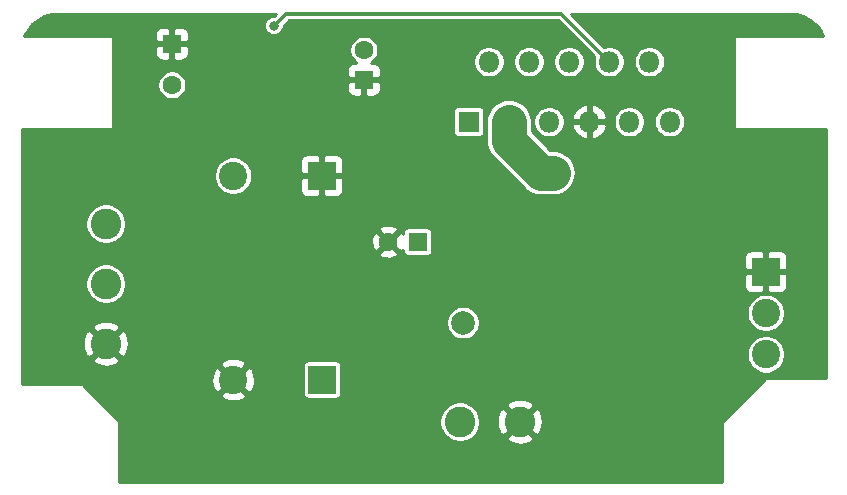
<source format=gbr>
%TF.GenerationSoftware,KiCad,Pcbnew,(5.1.6-0)*%
%TF.CreationDate,2023-03-27T21:53:34-07:00*%
%TF.ProjectId,LM3886-bal-no15v-th,4c4d3338-3836-42d6-9261-6c2d6e6f3135,rev?*%
%TF.SameCoordinates,Original*%
%TF.FileFunction,Copper,L2,Bot*%
%TF.FilePolarity,Positive*%
%FSLAX46Y46*%
G04 Gerber Fmt 4.6, Leading zero omitted, Abs format (unit mm)*
G04 Created by KiCad (PCBNEW (5.1.6-0)) date 2023-03-27 21:53:34*
%MOMM*%
%LPD*%
G01*
G04 APERTURE LIST*
%TA.AperFunction,ComponentPad*%
%ADD10C,1.600000*%
%TD*%
%TA.AperFunction,ComponentPad*%
%ADD11R,1.600000X1.600000*%
%TD*%
%TA.AperFunction,ComponentPad*%
%ADD12C,2.400000*%
%TD*%
%TA.AperFunction,ComponentPad*%
%ADD13R,2.400000X2.400000*%
%TD*%
%TA.AperFunction,ComponentPad*%
%ADD14C,2.600000*%
%TD*%
%TA.AperFunction,ComponentPad*%
%ADD15C,2.000000*%
%TD*%
%TA.AperFunction,ComponentPad*%
%ADD16O,1.800000X1.800000*%
%TD*%
%TA.AperFunction,ComponentPad*%
%ADD17R,1.800000X1.800000*%
%TD*%
%TA.AperFunction,ViaPad*%
%ADD18C,0.700000*%
%TD*%
%TA.AperFunction,ViaPad*%
%ADD19C,0.800000*%
%TD*%
%TA.AperFunction,Conductor*%
%ADD20C,3.000000*%
%TD*%
%TA.AperFunction,Conductor*%
%ADD21C,0.300000*%
%TD*%
%TA.AperFunction,Conductor*%
%ADD22C,0.254000*%
%TD*%
G04 APERTURE END LIST*
D10*
%TO.P,C10,2*%
%TO.N,VEE*%
X85344000Y-66492000D03*
D11*
%TO.P,C10,1*%
%TO.N,GND*%
X85344000Y-62992000D03*
%TD*%
D10*
%TO.P,C7,2*%
%TO.N,VEE*%
X101600000Y-63540000D03*
D11*
%TO.P,C7,1*%
%TO.N,GND*%
X101600000Y-66040000D03*
%TD*%
D10*
%TO.P,C6,2*%
%TO.N,GND*%
X103672000Y-79756000D03*
D11*
%TO.P,C6,1*%
%TO.N,VCC*%
X106172000Y-79756000D03*
%TD*%
D12*
%TO.P,C3,2*%
%TO.N,VEE*%
X90544000Y-74168000D03*
D13*
%TO.P,C3,1*%
%TO.N,GND*%
X98044000Y-74168000D03*
%TD*%
D12*
%TO.P,C2,2*%
%TO.N,GND*%
X90544000Y-91440000D03*
D13*
%TO.P,C2,1*%
%TO.N,VCC*%
X98044000Y-91440000D03*
%TD*%
D12*
%TO.P,J1,3*%
%TO.N,/IN-*%
X135636000Y-89296000D03*
%TO.P,J1,2*%
%TO.N,/IN+*%
X135636000Y-85796000D03*
D13*
%TO.P,J1,1*%
%TO.N,GND*%
X135636000Y-82296000D03*
%TD*%
D14*
%TO.P,J3,3*%
%TO.N,GND*%
X79756000Y-88392000D03*
%TO.P,J3,2*%
%TO.N,VCC*%
X79756000Y-83312000D03*
%TO.P,J3,1*%
%TO.N,VEE*%
X79756000Y-78232000D03*
%TD*%
%TO.P,J2,2*%
%TO.N,GND*%
X114808000Y-94996000D03*
%TO.P,J2,1*%
%TO.N,Net-(J2-Pad1)*%
X109728000Y-94996000D03*
%TD*%
D15*
%TO.P,L1,2*%
%TO.N,Net-(J2-Pad1)*%
X109982000Y-86614000D03*
%TO.P,L1,1*%
%TO.N,/SIGOUT*%
X117602000Y-73914000D03*
%TD*%
D16*
%TO.P,U1,11*%
%TO.N,Net-(U1-Pad11)*%
X127490000Y-69596000D03*
%TO.P,U1,10*%
%TO.N,/ICIN+*%
X125790000Y-64516000D03*
%TO.P,U1,9*%
%TO.N,/ICIN-*%
X124090000Y-69596000D03*
%TO.P,U1,8*%
%TO.N,/MUTE*%
X122390000Y-64516000D03*
%TO.P,U1,7*%
%TO.N,GND*%
X120690000Y-69596000D03*
%TO.P,U1,6*%
%TO.N,Net-(U1-Pad6)*%
X118990000Y-64516000D03*
%TO.P,U1,5*%
%TO.N,VCC*%
X117290000Y-69596000D03*
%TO.P,U1,4*%
%TO.N,VEE*%
X115590000Y-64516000D03*
%TO.P,U1,3*%
%TO.N,/SIGOUT*%
X113890000Y-69596000D03*
%TO.P,U1,2*%
%TO.N,Net-(U1-Pad2)*%
X112190000Y-64516000D03*
D17*
%TO.P,U1,1*%
%TO.N,VCC*%
X110490000Y-69596000D03*
%TD*%
D18*
%TO.N,GND*%
X133096000Y-86868000D03*
X131572000Y-84328000D03*
X129032000Y-79756000D03*
X105664000Y-89916000D03*
X98044000Y-97536000D03*
X92964000Y-79756000D03*
X98552000Y-82296000D03*
X101600000Y-68072000D03*
X101092000Y-77216000D03*
X86360000Y-71120000D03*
X98044000Y-69596000D03*
X103632000Y-72136000D03*
X105156000Y-74168000D03*
X105156000Y-70104000D03*
X106680000Y-68072000D03*
X104648000Y-66548000D03*
X122428000Y-91948000D03*
X123952000Y-93980000D03*
X132588000Y-79756000D03*
X134620000Y-79756000D03*
X131572000Y-79756000D03*
X135636000Y-79756000D03*
X114300000Y-77216000D03*
X114300000Y-80264000D03*
X114300000Y-83312000D03*
X117348000Y-85344000D03*
X121920000Y-86360000D03*
X126492000Y-86360000D03*
X121920000Y-80264000D03*
X125984000Y-80264000D03*
X119888000Y-76200000D03*
X127000000Y-73152000D03*
X130048000Y-73152000D03*
X121920000Y-67056000D03*
X128016000Y-66548000D03*
X130556000Y-62992000D03*
X135128000Y-71628000D03*
X138176000Y-76200000D03*
X113284000Y-89916000D03*
X124460000Y-61976000D03*
X133604000Y-79756000D03*
X136652000Y-79756000D03*
D19*
%TO.N,/MUTE*%
X93980000Y-61468000D03*
%TD*%
D20*
%TO.N,/SIGOUT*%
X113890000Y-69596000D02*
X113890000Y-71218000D01*
X116586000Y-73914000D02*
X117602000Y-73914000D01*
X113890000Y-71218000D02*
X116586000Y-73914000D01*
D21*
%TO.N,/MUTE*%
X122390000Y-64516000D02*
X118326000Y-60452000D01*
X118326000Y-60452000D02*
X94996000Y-60452000D01*
X94996000Y-60452000D02*
X93980000Y-61468000D01*
X93980000Y-61468000D02*
X93980000Y-61468000D01*
%TD*%
D22*
%TO.N,GND*%
G36*
X93990999Y-60641000D02*
G01*
X93898548Y-60641000D01*
X93738773Y-60672782D01*
X93588269Y-60735123D01*
X93452819Y-60825628D01*
X93337628Y-60940819D01*
X93247123Y-61076269D01*
X93184782Y-61226773D01*
X93153000Y-61386548D01*
X93153000Y-61549452D01*
X93184782Y-61709227D01*
X93247123Y-61859731D01*
X93337628Y-61995181D01*
X93452819Y-62110372D01*
X93588269Y-62200877D01*
X93738773Y-62263218D01*
X93898548Y-62295000D01*
X94061452Y-62295000D01*
X94221227Y-62263218D01*
X94371731Y-62200877D01*
X94507181Y-62110372D01*
X94622372Y-61995181D01*
X94712877Y-61859731D01*
X94775218Y-61709227D01*
X94807000Y-61549452D01*
X94807000Y-61457001D01*
X95235002Y-61029000D01*
X118086999Y-61029000D01*
X121135357Y-64077358D01*
X121113996Y-64128928D01*
X121063000Y-64385302D01*
X121063000Y-64646698D01*
X121113996Y-64903072D01*
X121214028Y-65144570D01*
X121359252Y-65361913D01*
X121544087Y-65546748D01*
X121761430Y-65691972D01*
X122002928Y-65792004D01*
X122259302Y-65843000D01*
X122520698Y-65843000D01*
X122777072Y-65792004D01*
X123018570Y-65691972D01*
X123235913Y-65546748D01*
X123420748Y-65361913D01*
X123565972Y-65144570D01*
X123666004Y-64903072D01*
X123717000Y-64646698D01*
X123717000Y-64385302D01*
X124463000Y-64385302D01*
X124463000Y-64646698D01*
X124513996Y-64903072D01*
X124614028Y-65144570D01*
X124759252Y-65361913D01*
X124944087Y-65546748D01*
X125161430Y-65691972D01*
X125402928Y-65792004D01*
X125659302Y-65843000D01*
X125920698Y-65843000D01*
X126177072Y-65792004D01*
X126418570Y-65691972D01*
X126635913Y-65546748D01*
X126820748Y-65361913D01*
X126965972Y-65144570D01*
X127066004Y-64903072D01*
X127117000Y-64646698D01*
X127117000Y-64385302D01*
X127066004Y-64128928D01*
X126965972Y-63887430D01*
X126820748Y-63670087D01*
X126635913Y-63485252D01*
X126418570Y-63340028D01*
X126177072Y-63239996D01*
X125920698Y-63189000D01*
X125659302Y-63189000D01*
X125402928Y-63239996D01*
X125161430Y-63340028D01*
X124944087Y-63485252D01*
X124759252Y-63670087D01*
X124614028Y-63887430D01*
X124513996Y-64128928D01*
X124463000Y-64385302D01*
X123717000Y-64385302D01*
X123666004Y-64128928D01*
X123565972Y-63887430D01*
X123420748Y-63670087D01*
X123235913Y-63485252D01*
X123018570Y-63340028D01*
X122777072Y-63239996D01*
X122520698Y-63189000D01*
X122259302Y-63189000D01*
X122002928Y-63239996D01*
X121951358Y-63261357D01*
X119136001Y-60446000D01*
X137643450Y-60446000D01*
X138260725Y-60506524D01*
X138830868Y-60678660D01*
X139356727Y-60958265D01*
X139818255Y-61334678D01*
X140197885Y-61793572D01*
X140481150Y-62317460D01*
X140493390Y-62357000D01*
X133096000Y-62357000D01*
X133071224Y-62359440D01*
X133047399Y-62366667D01*
X133025443Y-62378403D01*
X133006197Y-62394197D01*
X132990403Y-62413443D01*
X132978667Y-62435399D01*
X132971440Y-62459224D01*
X132969000Y-62484000D01*
X132969000Y-70104000D01*
X132971440Y-70128776D01*
X132978667Y-70152601D01*
X132990403Y-70174557D01*
X133006197Y-70193803D01*
X133025443Y-70209597D01*
X133047399Y-70221333D01*
X133071224Y-70228560D01*
X133096000Y-70231000D01*
X140722000Y-70231000D01*
X140722001Y-91313000D01*
X135636000Y-91313000D01*
X135611224Y-91315440D01*
X135587399Y-91322667D01*
X135565443Y-91334403D01*
X135546197Y-91350197D01*
X131990197Y-94906197D01*
X131974403Y-94925443D01*
X131962667Y-94947399D01*
X131955440Y-94971224D01*
X131953000Y-94996000D01*
X131953000Y-100082000D01*
X80899000Y-100082000D01*
X80899000Y-94996000D01*
X80896560Y-94971224D01*
X80889333Y-94947399D01*
X80877597Y-94925443D01*
X80861803Y-94906197D01*
X80781511Y-94825905D01*
X108001000Y-94825905D01*
X108001000Y-95166095D01*
X108067368Y-95499747D01*
X108197553Y-95814041D01*
X108386552Y-96096898D01*
X108627102Y-96337448D01*
X108909959Y-96526447D01*
X109224253Y-96656632D01*
X109557905Y-96723000D01*
X109898095Y-96723000D01*
X110231747Y-96656632D01*
X110546041Y-96526447D01*
X110817260Y-96345224D01*
X113638381Y-96345224D01*
X113770317Y-96640312D01*
X114111045Y-96811159D01*
X114478557Y-96912250D01*
X114858729Y-96939701D01*
X115236951Y-96892457D01*
X115598690Y-96772333D01*
X115845683Y-96640312D01*
X115977619Y-96345224D01*
X114808000Y-95175605D01*
X113638381Y-96345224D01*
X110817260Y-96345224D01*
X110828898Y-96337448D01*
X111069448Y-96096898D01*
X111258447Y-95814041D01*
X111388632Y-95499747D01*
X111455000Y-95166095D01*
X111455000Y-95046729D01*
X112864299Y-95046729D01*
X112911543Y-95424951D01*
X113031667Y-95786690D01*
X113163688Y-96033683D01*
X113458776Y-96165619D01*
X114628395Y-94996000D01*
X114987605Y-94996000D01*
X116157224Y-96165619D01*
X116452312Y-96033683D01*
X116623159Y-95692955D01*
X116724250Y-95325443D01*
X116751701Y-94945271D01*
X116704457Y-94567049D01*
X116584333Y-94205310D01*
X116452312Y-93958317D01*
X116157224Y-93826381D01*
X114987605Y-94996000D01*
X114628395Y-94996000D01*
X113458776Y-93826381D01*
X113163688Y-93958317D01*
X112992841Y-94299045D01*
X112891750Y-94666557D01*
X112864299Y-95046729D01*
X111455000Y-95046729D01*
X111455000Y-94825905D01*
X111388632Y-94492253D01*
X111258447Y-94177959D01*
X111069448Y-93895102D01*
X110828898Y-93654552D01*
X110817261Y-93646776D01*
X113638381Y-93646776D01*
X114808000Y-94816395D01*
X115977619Y-93646776D01*
X115845683Y-93351688D01*
X115504955Y-93180841D01*
X115137443Y-93079750D01*
X114757271Y-93052299D01*
X114379049Y-93099543D01*
X114017310Y-93219667D01*
X113770317Y-93351688D01*
X113638381Y-93646776D01*
X110817261Y-93646776D01*
X110546041Y-93465553D01*
X110231747Y-93335368D01*
X109898095Y-93269000D01*
X109557905Y-93269000D01*
X109224253Y-93335368D01*
X108909959Y-93465553D01*
X108627102Y-93654552D01*
X108386552Y-93895102D01*
X108197553Y-94177959D01*
X108067368Y-94492253D01*
X108001000Y-94825905D01*
X80781511Y-94825905D01*
X78673586Y-92717980D01*
X89445626Y-92717980D01*
X89565514Y-93002836D01*
X89889210Y-93163699D01*
X90238069Y-93258322D01*
X90598684Y-93283067D01*
X90957198Y-93236985D01*
X91299833Y-93121846D01*
X91522486Y-93002836D01*
X91642374Y-92717980D01*
X90544000Y-91619605D01*
X89445626Y-92717980D01*
X78673586Y-92717980D01*
X77813803Y-91858197D01*
X77794557Y-91842403D01*
X77772601Y-91830667D01*
X77748776Y-91823440D01*
X77724000Y-91821000D01*
X72638000Y-91821000D01*
X72638000Y-91494684D01*
X88700933Y-91494684D01*
X88747015Y-91853198D01*
X88862154Y-92195833D01*
X88981164Y-92418486D01*
X89266020Y-92538374D01*
X90364395Y-91440000D01*
X90723605Y-91440000D01*
X91821980Y-92538374D01*
X92106836Y-92418486D01*
X92267699Y-92094790D01*
X92362322Y-91745931D01*
X92387067Y-91385316D01*
X92340985Y-91026802D01*
X92225846Y-90684167D01*
X92106836Y-90461514D01*
X91821980Y-90341626D01*
X90723605Y-91440000D01*
X90364395Y-91440000D01*
X89266020Y-90341626D01*
X88981164Y-90461514D01*
X88820301Y-90785210D01*
X88725678Y-91134069D01*
X88700933Y-91494684D01*
X72638000Y-91494684D01*
X72638000Y-89741224D01*
X78586381Y-89741224D01*
X78718317Y-90036312D01*
X79059045Y-90207159D01*
X79426557Y-90308250D01*
X79806729Y-90335701D01*
X80184951Y-90288457D01*
X80546690Y-90168333D01*
X80558500Y-90162020D01*
X89445626Y-90162020D01*
X90544000Y-91260395D01*
X91564394Y-90240000D01*
X96414934Y-90240000D01*
X96414934Y-92640000D01*
X96423178Y-92723707D01*
X96447595Y-92804196D01*
X96487245Y-92878376D01*
X96540605Y-92943395D01*
X96605624Y-92996755D01*
X96679804Y-93036405D01*
X96760293Y-93060822D01*
X96844000Y-93069066D01*
X99244000Y-93069066D01*
X99327707Y-93060822D01*
X99408196Y-93036405D01*
X99482376Y-92996755D01*
X99547395Y-92943395D01*
X99600755Y-92878376D01*
X99640405Y-92804196D01*
X99664822Y-92723707D01*
X99673066Y-92640000D01*
X99673066Y-90240000D01*
X99664822Y-90156293D01*
X99640405Y-90075804D01*
X99600755Y-90001624D01*
X99547395Y-89936605D01*
X99482376Y-89883245D01*
X99408196Y-89843595D01*
X99327707Y-89819178D01*
X99244000Y-89810934D01*
X96844000Y-89810934D01*
X96760293Y-89819178D01*
X96679804Y-89843595D01*
X96605624Y-89883245D01*
X96540605Y-89936605D01*
X96487245Y-90001624D01*
X96447595Y-90075804D01*
X96423178Y-90156293D01*
X96414934Y-90240000D01*
X91564394Y-90240000D01*
X91642374Y-90162020D01*
X91522486Y-89877164D01*
X91198790Y-89716301D01*
X90849931Y-89621678D01*
X90489316Y-89596933D01*
X90130802Y-89643015D01*
X89788167Y-89758154D01*
X89565514Y-89877164D01*
X89445626Y-90162020D01*
X80558500Y-90162020D01*
X80793683Y-90036312D01*
X80925619Y-89741224D01*
X79756000Y-88571605D01*
X78586381Y-89741224D01*
X72638000Y-89741224D01*
X72638000Y-88442729D01*
X77812299Y-88442729D01*
X77859543Y-88820951D01*
X77979667Y-89182690D01*
X78111688Y-89429683D01*
X78406776Y-89561619D01*
X79576395Y-88392000D01*
X79935605Y-88392000D01*
X81105224Y-89561619D01*
X81400312Y-89429683D01*
X81547692Y-89135755D01*
X134009000Y-89135755D01*
X134009000Y-89456245D01*
X134071525Y-89770578D01*
X134194172Y-90066673D01*
X134372227Y-90333152D01*
X134598848Y-90559773D01*
X134865327Y-90737828D01*
X135161422Y-90860475D01*
X135475755Y-90923000D01*
X135796245Y-90923000D01*
X136110578Y-90860475D01*
X136406673Y-90737828D01*
X136673152Y-90559773D01*
X136899773Y-90333152D01*
X137077828Y-90066673D01*
X137200475Y-89770578D01*
X137263000Y-89456245D01*
X137263000Y-89135755D01*
X137200475Y-88821422D01*
X137077828Y-88525327D01*
X136899773Y-88258848D01*
X136673152Y-88032227D01*
X136406673Y-87854172D01*
X136110578Y-87731525D01*
X135796245Y-87669000D01*
X135475755Y-87669000D01*
X135161422Y-87731525D01*
X134865327Y-87854172D01*
X134598848Y-88032227D01*
X134372227Y-88258848D01*
X134194172Y-88525327D01*
X134071525Y-88821422D01*
X134009000Y-89135755D01*
X81547692Y-89135755D01*
X81571159Y-89088955D01*
X81672250Y-88721443D01*
X81699701Y-88341271D01*
X81652457Y-87963049D01*
X81532333Y-87601310D01*
X81400312Y-87354317D01*
X81105224Y-87222381D01*
X79935605Y-88392000D01*
X79576395Y-88392000D01*
X78406776Y-87222381D01*
X78111688Y-87354317D01*
X77940841Y-87695045D01*
X77839750Y-88062557D01*
X77812299Y-88442729D01*
X72638000Y-88442729D01*
X72638000Y-87042776D01*
X78586381Y-87042776D01*
X79756000Y-88212395D01*
X80925619Y-87042776D01*
X80793683Y-86747688D01*
X80452955Y-86576841D01*
X80085443Y-86475750D01*
X80053632Y-86473453D01*
X108555000Y-86473453D01*
X108555000Y-86754547D01*
X108609838Y-87030241D01*
X108717409Y-87289938D01*
X108873576Y-87523660D01*
X109072340Y-87722424D01*
X109306062Y-87878591D01*
X109565759Y-87986162D01*
X109841453Y-88041000D01*
X110122547Y-88041000D01*
X110398241Y-87986162D01*
X110657938Y-87878591D01*
X110891660Y-87722424D01*
X111090424Y-87523660D01*
X111246591Y-87289938D01*
X111354162Y-87030241D01*
X111409000Y-86754547D01*
X111409000Y-86473453D01*
X111354162Y-86197759D01*
X111246591Y-85938062D01*
X111090424Y-85704340D01*
X111021839Y-85635755D01*
X134009000Y-85635755D01*
X134009000Y-85956245D01*
X134071525Y-86270578D01*
X134194172Y-86566673D01*
X134372227Y-86833152D01*
X134598848Y-87059773D01*
X134865327Y-87237828D01*
X135161422Y-87360475D01*
X135475755Y-87423000D01*
X135796245Y-87423000D01*
X136110578Y-87360475D01*
X136406673Y-87237828D01*
X136673152Y-87059773D01*
X136899773Y-86833152D01*
X137077828Y-86566673D01*
X137200475Y-86270578D01*
X137263000Y-85956245D01*
X137263000Y-85635755D01*
X137200475Y-85321422D01*
X137077828Y-85025327D01*
X136899773Y-84758848D01*
X136673152Y-84532227D01*
X136406673Y-84354172D01*
X136110578Y-84231525D01*
X135796245Y-84169000D01*
X135475755Y-84169000D01*
X135161422Y-84231525D01*
X134865327Y-84354172D01*
X134598848Y-84532227D01*
X134372227Y-84758848D01*
X134194172Y-85025327D01*
X134071525Y-85321422D01*
X134009000Y-85635755D01*
X111021839Y-85635755D01*
X110891660Y-85505576D01*
X110657938Y-85349409D01*
X110398241Y-85241838D01*
X110122547Y-85187000D01*
X109841453Y-85187000D01*
X109565759Y-85241838D01*
X109306062Y-85349409D01*
X109072340Y-85505576D01*
X108873576Y-85704340D01*
X108717409Y-85938062D01*
X108609838Y-86197759D01*
X108555000Y-86473453D01*
X80053632Y-86473453D01*
X79705271Y-86448299D01*
X79327049Y-86495543D01*
X78965310Y-86615667D01*
X78718317Y-86747688D01*
X78586381Y-87042776D01*
X72638000Y-87042776D01*
X72638000Y-83141905D01*
X78029000Y-83141905D01*
X78029000Y-83482095D01*
X78095368Y-83815747D01*
X78225553Y-84130041D01*
X78414552Y-84412898D01*
X78655102Y-84653448D01*
X78937959Y-84842447D01*
X79252253Y-84972632D01*
X79585905Y-85039000D01*
X79926095Y-85039000D01*
X80259747Y-84972632D01*
X80574041Y-84842447D01*
X80856898Y-84653448D01*
X81097448Y-84412898D01*
X81286447Y-84130041D01*
X81416632Y-83815747D01*
X81480234Y-83496000D01*
X133797928Y-83496000D01*
X133810188Y-83620482D01*
X133846498Y-83740180D01*
X133905463Y-83850494D01*
X133984815Y-83947185D01*
X134081506Y-84026537D01*
X134191820Y-84085502D01*
X134311518Y-84121812D01*
X134436000Y-84134072D01*
X135350250Y-84131000D01*
X135509000Y-83972250D01*
X135509000Y-82423000D01*
X135763000Y-82423000D01*
X135763000Y-83972250D01*
X135921750Y-84131000D01*
X136836000Y-84134072D01*
X136960482Y-84121812D01*
X137080180Y-84085502D01*
X137190494Y-84026537D01*
X137287185Y-83947185D01*
X137366537Y-83850494D01*
X137425502Y-83740180D01*
X137461812Y-83620482D01*
X137474072Y-83496000D01*
X137471000Y-82581750D01*
X137312250Y-82423000D01*
X135763000Y-82423000D01*
X135509000Y-82423000D01*
X133959750Y-82423000D01*
X133801000Y-82581750D01*
X133797928Y-83496000D01*
X81480234Y-83496000D01*
X81483000Y-83482095D01*
X81483000Y-83141905D01*
X81416632Y-82808253D01*
X81286447Y-82493959D01*
X81097448Y-82211102D01*
X80856898Y-81970552D01*
X80574041Y-81781553D01*
X80259747Y-81651368D01*
X79926095Y-81585000D01*
X79585905Y-81585000D01*
X79252253Y-81651368D01*
X78937959Y-81781553D01*
X78655102Y-81970552D01*
X78414552Y-82211102D01*
X78225553Y-82493959D01*
X78095368Y-82808253D01*
X78029000Y-83141905D01*
X72638000Y-83141905D01*
X72638000Y-80748702D01*
X102858903Y-80748702D01*
X102930486Y-80992671D01*
X103185996Y-81113571D01*
X103460184Y-81182300D01*
X103742512Y-81196217D01*
X104022130Y-81154787D01*
X104186515Y-81096000D01*
X133797928Y-81096000D01*
X133801000Y-82010250D01*
X133959750Y-82169000D01*
X135509000Y-82169000D01*
X135509000Y-80619750D01*
X135763000Y-80619750D01*
X135763000Y-82169000D01*
X137312250Y-82169000D01*
X137471000Y-82010250D01*
X137474072Y-81096000D01*
X137461812Y-80971518D01*
X137425502Y-80851820D01*
X137366537Y-80741506D01*
X137287185Y-80644815D01*
X137190494Y-80565463D01*
X137080180Y-80506498D01*
X136960482Y-80470188D01*
X136836000Y-80457928D01*
X135921750Y-80461000D01*
X135763000Y-80619750D01*
X135509000Y-80619750D01*
X135350250Y-80461000D01*
X134436000Y-80457928D01*
X134311518Y-80470188D01*
X134191820Y-80506498D01*
X134081506Y-80565463D01*
X133984815Y-80644815D01*
X133905463Y-80741506D01*
X133846498Y-80851820D01*
X133810188Y-80971518D01*
X133797928Y-81096000D01*
X104186515Y-81096000D01*
X104288292Y-81059603D01*
X104413514Y-80992671D01*
X104485097Y-80748702D01*
X103672000Y-79935605D01*
X102858903Y-80748702D01*
X72638000Y-80748702D01*
X72638000Y-78061905D01*
X78029000Y-78061905D01*
X78029000Y-78402095D01*
X78095368Y-78735747D01*
X78225553Y-79050041D01*
X78414552Y-79332898D01*
X78655102Y-79573448D01*
X78937959Y-79762447D01*
X79252253Y-79892632D01*
X79585905Y-79959000D01*
X79926095Y-79959000D01*
X80259747Y-79892632D01*
X80419374Y-79826512D01*
X102231783Y-79826512D01*
X102273213Y-80106130D01*
X102368397Y-80372292D01*
X102435329Y-80497514D01*
X102679298Y-80569097D01*
X103492395Y-79756000D01*
X103851605Y-79756000D01*
X104664702Y-80569097D01*
X104908671Y-80497514D01*
X104942934Y-80425103D01*
X104942934Y-80556000D01*
X104951178Y-80639707D01*
X104975595Y-80720196D01*
X105015245Y-80794376D01*
X105068605Y-80859395D01*
X105133624Y-80912755D01*
X105207804Y-80952405D01*
X105288293Y-80976822D01*
X105372000Y-80985066D01*
X106972000Y-80985066D01*
X107055707Y-80976822D01*
X107136196Y-80952405D01*
X107210376Y-80912755D01*
X107275395Y-80859395D01*
X107328755Y-80794376D01*
X107368405Y-80720196D01*
X107392822Y-80639707D01*
X107401066Y-80556000D01*
X107401066Y-78956000D01*
X107392822Y-78872293D01*
X107368405Y-78791804D01*
X107328755Y-78717624D01*
X107275395Y-78652605D01*
X107210376Y-78599245D01*
X107136196Y-78559595D01*
X107055707Y-78535178D01*
X106972000Y-78526934D01*
X105372000Y-78526934D01*
X105288293Y-78535178D01*
X105207804Y-78559595D01*
X105133624Y-78599245D01*
X105068605Y-78652605D01*
X105015245Y-78717624D01*
X104975595Y-78791804D01*
X104951178Y-78872293D01*
X104942934Y-78956000D01*
X104942934Y-79078588D01*
X104908671Y-79014486D01*
X104664702Y-78942903D01*
X103851605Y-79756000D01*
X103492395Y-79756000D01*
X102679298Y-78942903D01*
X102435329Y-79014486D01*
X102314429Y-79269996D01*
X102245700Y-79544184D01*
X102231783Y-79826512D01*
X80419374Y-79826512D01*
X80574041Y-79762447D01*
X80856898Y-79573448D01*
X81097448Y-79332898D01*
X81286447Y-79050041D01*
X81405219Y-78763298D01*
X102858903Y-78763298D01*
X103672000Y-79576395D01*
X104485097Y-78763298D01*
X104413514Y-78519329D01*
X104158004Y-78398429D01*
X103883816Y-78329700D01*
X103601488Y-78315783D01*
X103321870Y-78357213D01*
X103055708Y-78452397D01*
X102930486Y-78519329D01*
X102858903Y-78763298D01*
X81405219Y-78763298D01*
X81416632Y-78735747D01*
X81483000Y-78402095D01*
X81483000Y-78061905D01*
X81416632Y-77728253D01*
X81286447Y-77413959D01*
X81097448Y-77131102D01*
X80856898Y-76890552D01*
X80574041Y-76701553D01*
X80259747Y-76571368D01*
X79926095Y-76505000D01*
X79585905Y-76505000D01*
X79252253Y-76571368D01*
X78937959Y-76701553D01*
X78655102Y-76890552D01*
X78414552Y-77131102D01*
X78225553Y-77413959D01*
X78095368Y-77728253D01*
X78029000Y-78061905D01*
X72638000Y-78061905D01*
X72638000Y-74007755D01*
X88917000Y-74007755D01*
X88917000Y-74328245D01*
X88979525Y-74642578D01*
X89102172Y-74938673D01*
X89280227Y-75205152D01*
X89506848Y-75431773D01*
X89773327Y-75609828D01*
X90069422Y-75732475D01*
X90383755Y-75795000D01*
X90704245Y-75795000D01*
X91018578Y-75732475D01*
X91314673Y-75609828D01*
X91581152Y-75431773D01*
X91644925Y-75368000D01*
X96205928Y-75368000D01*
X96218188Y-75492482D01*
X96254498Y-75612180D01*
X96313463Y-75722494D01*
X96392815Y-75819185D01*
X96489506Y-75898537D01*
X96599820Y-75957502D01*
X96719518Y-75993812D01*
X96844000Y-76006072D01*
X97758250Y-76003000D01*
X97917000Y-75844250D01*
X97917000Y-74295000D01*
X98171000Y-74295000D01*
X98171000Y-75844250D01*
X98329750Y-76003000D01*
X99244000Y-76006072D01*
X99368482Y-75993812D01*
X99488180Y-75957502D01*
X99598494Y-75898537D01*
X99695185Y-75819185D01*
X99774537Y-75722494D01*
X99833502Y-75612180D01*
X99869812Y-75492482D01*
X99882072Y-75368000D01*
X99879000Y-74453750D01*
X99720250Y-74295000D01*
X98171000Y-74295000D01*
X97917000Y-74295000D01*
X96367750Y-74295000D01*
X96209000Y-74453750D01*
X96205928Y-75368000D01*
X91644925Y-75368000D01*
X91807773Y-75205152D01*
X91985828Y-74938673D01*
X92108475Y-74642578D01*
X92171000Y-74328245D01*
X92171000Y-74007755D01*
X92108475Y-73693422D01*
X91985828Y-73397327D01*
X91807773Y-73130848D01*
X91644925Y-72968000D01*
X96205928Y-72968000D01*
X96209000Y-73882250D01*
X96367750Y-74041000D01*
X97917000Y-74041000D01*
X97917000Y-72491750D01*
X98171000Y-72491750D01*
X98171000Y-74041000D01*
X99720250Y-74041000D01*
X99879000Y-73882250D01*
X99882072Y-72968000D01*
X99869812Y-72843518D01*
X99833502Y-72723820D01*
X99774537Y-72613506D01*
X99695185Y-72516815D01*
X99598494Y-72437463D01*
X99488180Y-72378498D01*
X99368482Y-72342188D01*
X99244000Y-72329928D01*
X98329750Y-72333000D01*
X98171000Y-72491750D01*
X97917000Y-72491750D01*
X97758250Y-72333000D01*
X96844000Y-72329928D01*
X96719518Y-72342188D01*
X96599820Y-72378498D01*
X96489506Y-72437463D01*
X96392815Y-72516815D01*
X96313463Y-72613506D01*
X96254498Y-72723820D01*
X96218188Y-72843518D01*
X96205928Y-72968000D01*
X91644925Y-72968000D01*
X91581152Y-72904227D01*
X91314673Y-72726172D01*
X91018578Y-72603525D01*
X90704245Y-72541000D01*
X90383755Y-72541000D01*
X90069422Y-72603525D01*
X89773327Y-72726172D01*
X89506848Y-72904227D01*
X89280227Y-73130848D01*
X89102172Y-73397327D01*
X88979525Y-73693422D01*
X88917000Y-74007755D01*
X72638000Y-74007755D01*
X72638000Y-71218000D01*
X111953678Y-71218000D01*
X111963000Y-71312648D01*
X111963000Y-71312658D01*
X111990884Y-71595758D01*
X112101071Y-71958998D01*
X112280007Y-72293763D01*
X112460472Y-72513661D01*
X112460476Y-72513665D01*
X112520814Y-72587187D01*
X112594336Y-72647525D01*
X115156475Y-75209665D01*
X115216813Y-75283187D01*
X115290335Y-75343525D01*
X115290338Y-75343528D01*
X115397865Y-75431773D01*
X115510237Y-75523994D01*
X115845001Y-75702929D01*
X116208241Y-75813117D01*
X116241291Y-75816372D01*
X116491342Y-75841000D01*
X116491350Y-75841000D01*
X116586000Y-75850322D01*
X116680650Y-75841000D01*
X117696658Y-75841000D01*
X117979758Y-75813117D01*
X118342999Y-75702929D01*
X118677763Y-75523994D01*
X118971187Y-75283187D01*
X119211994Y-74989763D01*
X119390929Y-74654999D01*
X119501117Y-74291758D01*
X119538323Y-73914000D01*
X119501117Y-73536242D01*
X119390929Y-73173001D01*
X119211994Y-72838237D01*
X118971187Y-72544813D01*
X118677763Y-72304006D01*
X118342999Y-72125071D01*
X117979758Y-72014883D01*
X117696658Y-71987000D01*
X117384190Y-71987000D01*
X115817000Y-70419811D01*
X115817000Y-69501342D01*
X115813451Y-69465302D01*
X115963000Y-69465302D01*
X115963000Y-69726698D01*
X116013996Y-69983072D01*
X116114028Y-70224570D01*
X116259252Y-70441913D01*
X116444087Y-70626748D01*
X116661430Y-70771972D01*
X116902928Y-70872004D01*
X117159302Y-70923000D01*
X117420698Y-70923000D01*
X117677072Y-70872004D01*
X117918570Y-70771972D01*
X118135913Y-70626748D01*
X118320748Y-70441913D01*
X118465972Y-70224570D01*
X118566004Y-69983072D01*
X118570446Y-69960740D01*
X119198964Y-69960740D01*
X119247606Y-70121107D01*
X119377764Y-70392414D01*
X119558351Y-70633116D01*
X119782427Y-70833962D01*
X120041380Y-70987234D01*
X120325259Y-71087041D01*
X120563000Y-70966992D01*
X120563000Y-69723000D01*
X120817000Y-69723000D01*
X120817000Y-70966992D01*
X121054741Y-71087041D01*
X121338620Y-70987234D01*
X121597573Y-70833962D01*
X121821649Y-70633116D01*
X122002236Y-70392414D01*
X122132394Y-70121107D01*
X122181036Y-69960740D01*
X122060378Y-69723000D01*
X120817000Y-69723000D01*
X120563000Y-69723000D01*
X119319622Y-69723000D01*
X119198964Y-69960740D01*
X118570446Y-69960740D01*
X118617000Y-69726698D01*
X118617000Y-69465302D01*
X118570447Y-69231260D01*
X119198964Y-69231260D01*
X119319622Y-69469000D01*
X120563000Y-69469000D01*
X120563000Y-68225008D01*
X120817000Y-68225008D01*
X120817000Y-69469000D01*
X122060378Y-69469000D01*
X122062254Y-69465302D01*
X122763000Y-69465302D01*
X122763000Y-69726698D01*
X122813996Y-69983072D01*
X122914028Y-70224570D01*
X123059252Y-70441913D01*
X123244087Y-70626748D01*
X123461430Y-70771972D01*
X123702928Y-70872004D01*
X123959302Y-70923000D01*
X124220698Y-70923000D01*
X124477072Y-70872004D01*
X124718570Y-70771972D01*
X124935913Y-70626748D01*
X125120748Y-70441913D01*
X125265972Y-70224570D01*
X125366004Y-69983072D01*
X125417000Y-69726698D01*
X125417000Y-69465302D01*
X126163000Y-69465302D01*
X126163000Y-69726698D01*
X126213996Y-69983072D01*
X126314028Y-70224570D01*
X126459252Y-70441913D01*
X126644087Y-70626748D01*
X126861430Y-70771972D01*
X127102928Y-70872004D01*
X127359302Y-70923000D01*
X127620698Y-70923000D01*
X127877072Y-70872004D01*
X128118570Y-70771972D01*
X128335913Y-70626748D01*
X128520748Y-70441913D01*
X128665972Y-70224570D01*
X128766004Y-69983072D01*
X128817000Y-69726698D01*
X128817000Y-69465302D01*
X128766004Y-69208928D01*
X128665972Y-68967430D01*
X128520748Y-68750087D01*
X128335913Y-68565252D01*
X128118570Y-68420028D01*
X127877072Y-68319996D01*
X127620698Y-68269000D01*
X127359302Y-68269000D01*
X127102928Y-68319996D01*
X126861430Y-68420028D01*
X126644087Y-68565252D01*
X126459252Y-68750087D01*
X126314028Y-68967430D01*
X126213996Y-69208928D01*
X126163000Y-69465302D01*
X125417000Y-69465302D01*
X125366004Y-69208928D01*
X125265972Y-68967430D01*
X125120748Y-68750087D01*
X124935913Y-68565252D01*
X124718570Y-68420028D01*
X124477072Y-68319996D01*
X124220698Y-68269000D01*
X123959302Y-68269000D01*
X123702928Y-68319996D01*
X123461430Y-68420028D01*
X123244087Y-68565252D01*
X123059252Y-68750087D01*
X122914028Y-68967430D01*
X122813996Y-69208928D01*
X122763000Y-69465302D01*
X122062254Y-69465302D01*
X122181036Y-69231260D01*
X122132394Y-69070893D01*
X122002236Y-68799586D01*
X121821649Y-68558884D01*
X121597573Y-68358038D01*
X121338620Y-68204766D01*
X121054741Y-68104959D01*
X120817000Y-68225008D01*
X120563000Y-68225008D01*
X120325259Y-68104959D01*
X120041380Y-68204766D01*
X119782427Y-68358038D01*
X119558351Y-68558884D01*
X119377764Y-68799586D01*
X119247606Y-69070893D01*
X119198964Y-69231260D01*
X118570447Y-69231260D01*
X118566004Y-69208928D01*
X118465972Y-68967430D01*
X118320748Y-68750087D01*
X118135913Y-68565252D01*
X117918570Y-68420028D01*
X117677072Y-68319996D01*
X117420698Y-68269000D01*
X117159302Y-68269000D01*
X116902928Y-68319996D01*
X116661430Y-68420028D01*
X116444087Y-68565252D01*
X116259252Y-68750087D01*
X116114028Y-68967430D01*
X116013996Y-69208928D01*
X115963000Y-69465302D01*
X115813451Y-69465302D01*
X115789117Y-69218242D01*
X115678929Y-68855001D01*
X115499994Y-68520237D01*
X115259187Y-68226813D01*
X114965763Y-67986006D01*
X114630998Y-67807071D01*
X114267757Y-67696883D01*
X113890000Y-67659677D01*
X113512242Y-67696883D01*
X113149001Y-67807071D01*
X112814237Y-67986006D01*
X112520813Y-68226813D01*
X112280006Y-68520237D01*
X112101071Y-68855002D01*
X111990883Y-69218243D01*
X111963000Y-69501343D01*
X111963000Y-71123352D01*
X111953678Y-71218000D01*
X72638000Y-71218000D01*
X72638000Y-70231000D01*
X80264000Y-70231000D01*
X80288776Y-70228560D01*
X80312601Y-70221333D01*
X80334557Y-70209597D01*
X80353803Y-70193803D01*
X80369597Y-70174557D01*
X80381333Y-70152601D01*
X80388560Y-70128776D01*
X80391000Y-70104000D01*
X80391000Y-68696000D01*
X109160934Y-68696000D01*
X109160934Y-70496000D01*
X109169178Y-70579707D01*
X109193595Y-70660196D01*
X109233245Y-70734376D01*
X109286605Y-70799395D01*
X109351624Y-70852755D01*
X109425804Y-70892405D01*
X109506293Y-70916822D01*
X109590000Y-70925066D01*
X111390000Y-70925066D01*
X111473707Y-70916822D01*
X111554196Y-70892405D01*
X111628376Y-70852755D01*
X111693395Y-70799395D01*
X111746755Y-70734376D01*
X111786405Y-70660196D01*
X111810822Y-70579707D01*
X111819066Y-70496000D01*
X111819066Y-68696000D01*
X111810822Y-68612293D01*
X111786405Y-68531804D01*
X111746755Y-68457624D01*
X111693395Y-68392605D01*
X111628376Y-68339245D01*
X111554196Y-68299595D01*
X111473707Y-68275178D01*
X111390000Y-68266934D01*
X109590000Y-68266934D01*
X109506293Y-68275178D01*
X109425804Y-68299595D01*
X109351624Y-68339245D01*
X109286605Y-68392605D01*
X109233245Y-68457624D01*
X109193595Y-68531804D01*
X109169178Y-68612293D01*
X109160934Y-68696000D01*
X80391000Y-68696000D01*
X80391000Y-66371151D01*
X84117000Y-66371151D01*
X84117000Y-66612849D01*
X84164153Y-66849903D01*
X84256647Y-67073202D01*
X84390927Y-67274167D01*
X84561833Y-67445073D01*
X84762798Y-67579353D01*
X84986097Y-67671847D01*
X85223151Y-67719000D01*
X85464849Y-67719000D01*
X85701903Y-67671847D01*
X85925202Y-67579353D01*
X86126167Y-67445073D01*
X86297073Y-67274167D01*
X86431353Y-67073202D01*
X86523847Y-66849903D01*
X86525816Y-66840000D01*
X100161928Y-66840000D01*
X100174188Y-66964482D01*
X100210498Y-67084180D01*
X100269463Y-67194494D01*
X100348815Y-67291185D01*
X100445506Y-67370537D01*
X100555820Y-67429502D01*
X100675518Y-67465812D01*
X100800000Y-67478072D01*
X101314250Y-67475000D01*
X101473000Y-67316250D01*
X101473000Y-66167000D01*
X101727000Y-66167000D01*
X101727000Y-67316250D01*
X101885750Y-67475000D01*
X102400000Y-67478072D01*
X102524482Y-67465812D01*
X102644180Y-67429502D01*
X102754494Y-67370537D01*
X102851185Y-67291185D01*
X102930537Y-67194494D01*
X102989502Y-67084180D01*
X103025812Y-66964482D01*
X103038072Y-66840000D01*
X103035000Y-66325750D01*
X102876250Y-66167000D01*
X101727000Y-66167000D01*
X101473000Y-66167000D01*
X100323750Y-66167000D01*
X100165000Y-66325750D01*
X100161928Y-66840000D01*
X86525816Y-66840000D01*
X86571000Y-66612849D01*
X86571000Y-66371151D01*
X86523847Y-66134097D01*
X86431353Y-65910798D01*
X86297073Y-65709833D01*
X86126167Y-65538927D01*
X85925202Y-65404647D01*
X85701903Y-65312153D01*
X85464849Y-65265000D01*
X85223151Y-65265000D01*
X84986097Y-65312153D01*
X84762798Y-65404647D01*
X84561833Y-65538927D01*
X84390927Y-65709833D01*
X84256647Y-65910798D01*
X84164153Y-66134097D01*
X84117000Y-66371151D01*
X80391000Y-66371151D01*
X80391000Y-65240000D01*
X100161928Y-65240000D01*
X100165000Y-65754250D01*
X100323750Y-65913000D01*
X101473000Y-65913000D01*
X101473000Y-65893000D01*
X101727000Y-65893000D01*
X101727000Y-65913000D01*
X102876250Y-65913000D01*
X103035000Y-65754250D01*
X103038072Y-65240000D01*
X103025812Y-65115518D01*
X102989502Y-64995820D01*
X102930537Y-64885506D01*
X102851185Y-64788815D01*
X102754494Y-64709463D01*
X102644180Y-64650498D01*
X102524482Y-64614188D01*
X102400000Y-64601928D01*
X102217623Y-64603017D01*
X102382167Y-64493073D01*
X102489938Y-64385302D01*
X110863000Y-64385302D01*
X110863000Y-64646698D01*
X110913996Y-64903072D01*
X111014028Y-65144570D01*
X111159252Y-65361913D01*
X111344087Y-65546748D01*
X111561430Y-65691972D01*
X111802928Y-65792004D01*
X112059302Y-65843000D01*
X112320698Y-65843000D01*
X112577072Y-65792004D01*
X112818570Y-65691972D01*
X113035913Y-65546748D01*
X113220748Y-65361913D01*
X113365972Y-65144570D01*
X113466004Y-64903072D01*
X113517000Y-64646698D01*
X113517000Y-64385302D01*
X114263000Y-64385302D01*
X114263000Y-64646698D01*
X114313996Y-64903072D01*
X114414028Y-65144570D01*
X114559252Y-65361913D01*
X114744087Y-65546748D01*
X114961430Y-65691972D01*
X115202928Y-65792004D01*
X115459302Y-65843000D01*
X115720698Y-65843000D01*
X115977072Y-65792004D01*
X116218570Y-65691972D01*
X116435913Y-65546748D01*
X116620748Y-65361913D01*
X116765972Y-65144570D01*
X116866004Y-64903072D01*
X116917000Y-64646698D01*
X116917000Y-64385302D01*
X117663000Y-64385302D01*
X117663000Y-64646698D01*
X117713996Y-64903072D01*
X117814028Y-65144570D01*
X117959252Y-65361913D01*
X118144087Y-65546748D01*
X118361430Y-65691972D01*
X118602928Y-65792004D01*
X118859302Y-65843000D01*
X119120698Y-65843000D01*
X119377072Y-65792004D01*
X119618570Y-65691972D01*
X119835913Y-65546748D01*
X120020748Y-65361913D01*
X120165972Y-65144570D01*
X120266004Y-64903072D01*
X120317000Y-64646698D01*
X120317000Y-64385302D01*
X120266004Y-64128928D01*
X120165972Y-63887430D01*
X120020748Y-63670087D01*
X119835913Y-63485252D01*
X119618570Y-63340028D01*
X119377072Y-63239996D01*
X119120698Y-63189000D01*
X118859302Y-63189000D01*
X118602928Y-63239996D01*
X118361430Y-63340028D01*
X118144087Y-63485252D01*
X117959252Y-63670087D01*
X117814028Y-63887430D01*
X117713996Y-64128928D01*
X117663000Y-64385302D01*
X116917000Y-64385302D01*
X116866004Y-64128928D01*
X116765972Y-63887430D01*
X116620748Y-63670087D01*
X116435913Y-63485252D01*
X116218570Y-63340028D01*
X115977072Y-63239996D01*
X115720698Y-63189000D01*
X115459302Y-63189000D01*
X115202928Y-63239996D01*
X114961430Y-63340028D01*
X114744087Y-63485252D01*
X114559252Y-63670087D01*
X114414028Y-63887430D01*
X114313996Y-64128928D01*
X114263000Y-64385302D01*
X113517000Y-64385302D01*
X113466004Y-64128928D01*
X113365972Y-63887430D01*
X113220748Y-63670087D01*
X113035913Y-63485252D01*
X112818570Y-63340028D01*
X112577072Y-63239996D01*
X112320698Y-63189000D01*
X112059302Y-63189000D01*
X111802928Y-63239996D01*
X111561430Y-63340028D01*
X111344087Y-63485252D01*
X111159252Y-63670087D01*
X111014028Y-63887430D01*
X110913996Y-64128928D01*
X110863000Y-64385302D01*
X102489938Y-64385302D01*
X102553073Y-64322167D01*
X102687353Y-64121202D01*
X102779847Y-63897903D01*
X102827000Y-63660849D01*
X102827000Y-63419151D01*
X102779847Y-63182097D01*
X102687353Y-62958798D01*
X102553073Y-62757833D01*
X102382167Y-62586927D01*
X102181202Y-62452647D01*
X101957903Y-62360153D01*
X101720849Y-62313000D01*
X101479151Y-62313000D01*
X101242097Y-62360153D01*
X101018798Y-62452647D01*
X100817833Y-62586927D01*
X100646927Y-62757833D01*
X100512647Y-62958798D01*
X100420153Y-63182097D01*
X100373000Y-63419151D01*
X100373000Y-63660849D01*
X100420153Y-63897903D01*
X100512647Y-64121202D01*
X100646927Y-64322167D01*
X100817833Y-64493073D01*
X100982377Y-64603017D01*
X100800000Y-64601928D01*
X100675518Y-64614188D01*
X100555820Y-64650498D01*
X100445506Y-64709463D01*
X100348815Y-64788815D01*
X100269463Y-64885506D01*
X100210498Y-64995820D01*
X100174188Y-65115518D01*
X100161928Y-65240000D01*
X80391000Y-65240000D01*
X80391000Y-63792000D01*
X83905928Y-63792000D01*
X83918188Y-63916482D01*
X83954498Y-64036180D01*
X84013463Y-64146494D01*
X84092815Y-64243185D01*
X84189506Y-64322537D01*
X84299820Y-64381502D01*
X84419518Y-64417812D01*
X84544000Y-64430072D01*
X85058250Y-64427000D01*
X85217000Y-64268250D01*
X85217000Y-63119000D01*
X85471000Y-63119000D01*
X85471000Y-64268250D01*
X85629750Y-64427000D01*
X86144000Y-64430072D01*
X86268482Y-64417812D01*
X86388180Y-64381502D01*
X86498494Y-64322537D01*
X86595185Y-64243185D01*
X86674537Y-64146494D01*
X86733502Y-64036180D01*
X86769812Y-63916482D01*
X86782072Y-63792000D01*
X86779000Y-63277750D01*
X86620250Y-63119000D01*
X85471000Y-63119000D01*
X85217000Y-63119000D01*
X84067750Y-63119000D01*
X83909000Y-63277750D01*
X83905928Y-63792000D01*
X80391000Y-63792000D01*
X80391000Y-62484000D01*
X80388560Y-62459224D01*
X80381333Y-62435399D01*
X80369597Y-62413443D01*
X80353803Y-62394197D01*
X80334557Y-62378403D01*
X80312601Y-62366667D01*
X80288776Y-62359440D01*
X80264000Y-62357000D01*
X72864662Y-62357000D01*
X72870660Y-62337132D01*
X72947828Y-62192000D01*
X83905928Y-62192000D01*
X83909000Y-62706250D01*
X84067750Y-62865000D01*
X85217000Y-62865000D01*
X85217000Y-61715750D01*
X85471000Y-61715750D01*
X85471000Y-62865000D01*
X86620250Y-62865000D01*
X86779000Y-62706250D01*
X86782072Y-62192000D01*
X86769812Y-62067518D01*
X86733502Y-61947820D01*
X86674537Y-61837506D01*
X86595185Y-61740815D01*
X86498494Y-61661463D01*
X86388180Y-61602498D01*
X86268482Y-61566188D01*
X86144000Y-61553928D01*
X85629750Y-61557000D01*
X85471000Y-61715750D01*
X85217000Y-61715750D01*
X85058250Y-61557000D01*
X84544000Y-61553928D01*
X84419518Y-61566188D01*
X84299820Y-61602498D01*
X84189506Y-61661463D01*
X84092815Y-61740815D01*
X84013463Y-61837506D01*
X83954498Y-61947820D01*
X83918188Y-62067518D01*
X83905928Y-62192000D01*
X72947828Y-62192000D01*
X73150265Y-61811273D01*
X73526678Y-61349745D01*
X73985572Y-60970115D01*
X74509460Y-60686850D01*
X75078394Y-60510735D01*
X75694311Y-60446000D01*
X94185998Y-60446000D01*
X93990999Y-60641000D01*
G37*
X93990999Y-60641000D02*
X93898548Y-60641000D01*
X93738773Y-60672782D01*
X93588269Y-60735123D01*
X93452819Y-60825628D01*
X93337628Y-60940819D01*
X93247123Y-61076269D01*
X93184782Y-61226773D01*
X93153000Y-61386548D01*
X93153000Y-61549452D01*
X93184782Y-61709227D01*
X93247123Y-61859731D01*
X93337628Y-61995181D01*
X93452819Y-62110372D01*
X93588269Y-62200877D01*
X93738773Y-62263218D01*
X93898548Y-62295000D01*
X94061452Y-62295000D01*
X94221227Y-62263218D01*
X94371731Y-62200877D01*
X94507181Y-62110372D01*
X94622372Y-61995181D01*
X94712877Y-61859731D01*
X94775218Y-61709227D01*
X94807000Y-61549452D01*
X94807000Y-61457001D01*
X95235002Y-61029000D01*
X118086999Y-61029000D01*
X121135357Y-64077358D01*
X121113996Y-64128928D01*
X121063000Y-64385302D01*
X121063000Y-64646698D01*
X121113996Y-64903072D01*
X121214028Y-65144570D01*
X121359252Y-65361913D01*
X121544087Y-65546748D01*
X121761430Y-65691972D01*
X122002928Y-65792004D01*
X122259302Y-65843000D01*
X122520698Y-65843000D01*
X122777072Y-65792004D01*
X123018570Y-65691972D01*
X123235913Y-65546748D01*
X123420748Y-65361913D01*
X123565972Y-65144570D01*
X123666004Y-64903072D01*
X123717000Y-64646698D01*
X123717000Y-64385302D01*
X124463000Y-64385302D01*
X124463000Y-64646698D01*
X124513996Y-64903072D01*
X124614028Y-65144570D01*
X124759252Y-65361913D01*
X124944087Y-65546748D01*
X125161430Y-65691972D01*
X125402928Y-65792004D01*
X125659302Y-65843000D01*
X125920698Y-65843000D01*
X126177072Y-65792004D01*
X126418570Y-65691972D01*
X126635913Y-65546748D01*
X126820748Y-65361913D01*
X126965972Y-65144570D01*
X127066004Y-64903072D01*
X127117000Y-64646698D01*
X127117000Y-64385302D01*
X127066004Y-64128928D01*
X126965972Y-63887430D01*
X126820748Y-63670087D01*
X126635913Y-63485252D01*
X126418570Y-63340028D01*
X126177072Y-63239996D01*
X125920698Y-63189000D01*
X125659302Y-63189000D01*
X125402928Y-63239996D01*
X125161430Y-63340028D01*
X124944087Y-63485252D01*
X124759252Y-63670087D01*
X124614028Y-63887430D01*
X124513996Y-64128928D01*
X124463000Y-64385302D01*
X123717000Y-64385302D01*
X123666004Y-64128928D01*
X123565972Y-63887430D01*
X123420748Y-63670087D01*
X123235913Y-63485252D01*
X123018570Y-63340028D01*
X122777072Y-63239996D01*
X122520698Y-63189000D01*
X122259302Y-63189000D01*
X122002928Y-63239996D01*
X121951358Y-63261357D01*
X119136001Y-60446000D01*
X137643450Y-60446000D01*
X138260725Y-60506524D01*
X138830868Y-60678660D01*
X139356727Y-60958265D01*
X139818255Y-61334678D01*
X140197885Y-61793572D01*
X140481150Y-62317460D01*
X140493390Y-62357000D01*
X133096000Y-62357000D01*
X133071224Y-62359440D01*
X133047399Y-62366667D01*
X133025443Y-62378403D01*
X133006197Y-62394197D01*
X132990403Y-62413443D01*
X132978667Y-62435399D01*
X132971440Y-62459224D01*
X132969000Y-62484000D01*
X132969000Y-70104000D01*
X132971440Y-70128776D01*
X132978667Y-70152601D01*
X132990403Y-70174557D01*
X133006197Y-70193803D01*
X133025443Y-70209597D01*
X133047399Y-70221333D01*
X133071224Y-70228560D01*
X133096000Y-70231000D01*
X140722000Y-70231000D01*
X140722001Y-91313000D01*
X135636000Y-91313000D01*
X135611224Y-91315440D01*
X135587399Y-91322667D01*
X135565443Y-91334403D01*
X135546197Y-91350197D01*
X131990197Y-94906197D01*
X131974403Y-94925443D01*
X131962667Y-94947399D01*
X131955440Y-94971224D01*
X131953000Y-94996000D01*
X131953000Y-100082000D01*
X80899000Y-100082000D01*
X80899000Y-94996000D01*
X80896560Y-94971224D01*
X80889333Y-94947399D01*
X80877597Y-94925443D01*
X80861803Y-94906197D01*
X80781511Y-94825905D01*
X108001000Y-94825905D01*
X108001000Y-95166095D01*
X108067368Y-95499747D01*
X108197553Y-95814041D01*
X108386552Y-96096898D01*
X108627102Y-96337448D01*
X108909959Y-96526447D01*
X109224253Y-96656632D01*
X109557905Y-96723000D01*
X109898095Y-96723000D01*
X110231747Y-96656632D01*
X110546041Y-96526447D01*
X110817260Y-96345224D01*
X113638381Y-96345224D01*
X113770317Y-96640312D01*
X114111045Y-96811159D01*
X114478557Y-96912250D01*
X114858729Y-96939701D01*
X115236951Y-96892457D01*
X115598690Y-96772333D01*
X115845683Y-96640312D01*
X115977619Y-96345224D01*
X114808000Y-95175605D01*
X113638381Y-96345224D01*
X110817260Y-96345224D01*
X110828898Y-96337448D01*
X111069448Y-96096898D01*
X111258447Y-95814041D01*
X111388632Y-95499747D01*
X111455000Y-95166095D01*
X111455000Y-95046729D01*
X112864299Y-95046729D01*
X112911543Y-95424951D01*
X113031667Y-95786690D01*
X113163688Y-96033683D01*
X113458776Y-96165619D01*
X114628395Y-94996000D01*
X114987605Y-94996000D01*
X116157224Y-96165619D01*
X116452312Y-96033683D01*
X116623159Y-95692955D01*
X116724250Y-95325443D01*
X116751701Y-94945271D01*
X116704457Y-94567049D01*
X116584333Y-94205310D01*
X116452312Y-93958317D01*
X116157224Y-93826381D01*
X114987605Y-94996000D01*
X114628395Y-94996000D01*
X113458776Y-93826381D01*
X113163688Y-93958317D01*
X112992841Y-94299045D01*
X112891750Y-94666557D01*
X112864299Y-95046729D01*
X111455000Y-95046729D01*
X111455000Y-94825905D01*
X111388632Y-94492253D01*
X111258447Y-94177959D01*
X111069448Y-93895102D01*
X110828898Y-93654552D01*
X110817261Y-93646776D01*
X113638381Y-93646776D01*
X114808000Y-94816395D01*
X115977619Y-93646776D01*
X115845683Y-93351688D01*
X115504955Y-93180841D01*
X115137443Y-93079750D01*
X114757271Y-93052299D01*
X114379049Y-93099543D01*
X114017310Y-93219667D01*
X113770317Y-93351688D01*
X113638381Y-93646776D01*
X110817261Y-93646776D01*
X110546041Y-93465553D01*
X110231747Y-93335368D01*
X109898095Y-93269000D01*
X109557905Y-93269000D01*
X109224253Y-93335368D01*
X108909959Y-93465553D01*
X108627102Y-93654552D01*
X108386552Y-93895102D01*
X108197553Y-94177959D01*
X108067368Y-94492253D01*
X108001000Y-94825905D01*
X80781511Y-94825905D01*
X78673586Y-92717980D01*
X89445626Y-92717980D01*
X89565514Y-93002836D01*
X89889210Y-93163699D01*
X90238069Y-93258322D01*
X90598684Y-93283067D01*
X90957198Y-93236985D01*
X91299833Y-93121846D01*
X91522486Y-93002836D01*
X91642374Y-92717980D01*
X90544000Y-91619605D01*
X89445626Y-92717980D01*
X78673586Y-92717980D01*
X77813803Y-91858197D01*
X77794557Y-91842403D01*
X77772601Y-91830667D01*
X77748776Y-91823440D01*
X77724000Y-91821000D01*
X72638000Y-91821000D01*
X72638000Y-91494684D01*
X88700933Y-91494684D01*
X88747015Y-91853198D01*
X88862154Y-92195833D01*
X88981164Y-92418486D01*
X89266020Y-92538374D01*
X90364395Y-91440000D01*
X90723605Y-91440000D01*
X91821980Y-92538374D01*
X92106836Y-92418486D01*
X92267699Y-92094790D01*
X92362322Y-91745931D01*
X92387067Y-91385316D01*
X92340985Y-91026802D01*
X92225846Y-90684167D01*
X92106836Y-90461514D01*
X91821980Y-90341626D01*
X90723605Y-91440000D01*
X90364395Y-91440000D01*
X89266020Y-90341626D01*
X88981164Y-90461514D01*
X88820301Y-90785210D01*
X88725678Y-91134069D01*
X88700933Y-91494684D01*
X72638000Y-91494684D01*
X72638000Y-89741224D01*
X78586381Y-89741224D01*
X78718317Y-90036312D01*
X79059045Y-90207159D01*
X79426557Y-90308250D01*
X79806729Y-90335701D01*
X80184951Y-90288457D01*
X80546690Y-90168333D01*
X80558500Y-90162020D01*
X89445626Y-90162020D01*
X90544000Y-91260395D01*
X91564394Y-90240000D01*
X96414934Y-90240000D01*
X96414934Y-92640000D01*
X96423178Y-92723707D01*
X96447595Y-92804196D01*
X96487245Y-92878376D01*
X96540605Y-92943395D01*
X96605624Y-92996755D01*
X96679804Y-93036405D01*
X96760293Y-93060822D01*
X96844000Y-93069066D01*
X99244000Y-93069066D01*
X99327707Y-93060822D01*
X99408196Y-93036405D01*
X99482376Y-92996755D01*
X99547395Y-92943395D01*
X99600755Y-92878376D01*
X99640405Y-92804196D01*
X99664822Y-92723707D01*
X99673066Y-92640000D01*
X99673066Y-90240000D01*
X99664822Y-90156293D01*
X99640405Y-90075804D01*
X99600755Y-90001624D01*
X99547395Y-89936605D01*
X99482376Y-89883245D01*
X99408196Y-89843595D01*
X99327707Y-89819178D01*
X99244000Y-89810934D01*
X96844000Y-89810934D01*
X96760293Y-89819178D01*
X96679804Y-89843595D01*
X96605624Y-89883245D01*
X96540605Y-89936605D01*
X96487245Y-90001624D01*
X96447595Y-90075804D01*
X96423178Y-90156293D01*
X96414934Y-90240000D01*
X91564394Y-90240000D01*
X91642374Y-90162020D01*
X91522486Y-89877164D01*
X91198790Y-89716301D01*
X90849931Y-89621678D01*
X90489316Y-89596933D01*
X90130802Y-89643015D01*
X89788167Y-89758154D01*
X89565514Y-89877164D01*
X89445626Y-90162020D01*
X80558500Y-90162020D01*
X80793683Y-90036312D01*
X80925619Y-89741224D01*
X79756000Y-88571605D01*
X78586381Y-89741224D01*
X72638000Y-89741224D01*
X72638000Y-88442729D01*
X77812299Y-88442729D01*
X77859543Y-88820951D01*
X77979667Y-89182690D01*
X78111688Y-89429683D01*
X78406776Y-89561619D01*
X79576395Y-88392000D01*
X79935605Y-88392000D01*
X81105224Y-89561619D01*
X81400312Y-89429683D01*
X81547692Y-89135755D01*
X134009000Y-89135755D01*
X134009000Y-89456245D01*
X134071525Y-89770578D01*
X134194172Y-90066673D01*
X134372227Y-90333152D01*
X134598848Y-90559773D01*
X134865327Y-90737828D01*
X135161422Y-90860475D01*
X135475755Y-90923000D01*
X135796245Y-90923000D01*
X136110578Y-90860475D01*
X136406673Y-90737828D01*
X136673152Y-90559773D01*
X136899773Y-90333152D01*
X137077828Y-90066673D01*
X137200475Y-89770578D01*
X137263000Y-89456245D01*
X137263000Y-89135755D01*
X137200475Y-88821422D01*
X137077828Y-88525327D01*
X136899773Y-88258848D01*
X136673152Y-88032227D01*
X136406673Y-87854172D01*
X136110578Y-87731525D01*
X135796245Y-87669000D01*
X135475755Y-87669000D01*
X135161422Y-87731525D01*
X134865327Y-87854172D01*
X134598848Y-88032227D01*
X134372227Y-88258848D01*
X134194172Y-88525327D01*
X134071525Y-88821422D01*
X134009000Y-89135755D01*
X81547692Y-89135755D01*
X81571159Y-89088955D01*
X81672250Y-88721443D01*
X81699701Y-88341271D01*
X81652457Y-87963049D01*
X81532333Y-87601310D01*
X81400312Y-87354317D01*
X81105224Y-87222381D01*
X79935605Y-88392000D01*
X79576395Y-88392000D01*
X78406776Y-87222381D01*
X78111688Y-87354317D01*
X77940841Y-87695045D01*
X77839750Y-88062557D01*
X77812299Y-88442729D01*
X72638000Y-88442729D01*
X72638000Y-87042776D01*
X78586381Y-87042776D01*
X79756000Y-88212395D01*
X80925619Y-87042776D01*
X80793683Y-86747688D01*
X80452955Y-86576841D01*
X80085443Y-86475750D01*
X80053632Y-86473453D01*
X108555000Y-86473453D01*
X108555000Y-86754547D01*
X108609838Y-87030241D01*
X108717409Y-87289938D01*
X108873576Y-87523660D01*
X109072340Y-87722424D01*
X109306062Y-87878591D01*
X109565759Y-87986162D01*
X109841453Y-88041000D01*
X110122547Y-88041000D01*
X110398241Y-87986162D01*
X110657938Y-87878591D01*
X110891660Y-87722424D01*
X111090424Y-87523660D01*
X111246591Y-87289938D01*
X111354162Y-87030241D01*
X111409000Y-86754547D01*
X111409000Y-86473453D01*
X111354162Y-86197759D01*
X111246591Y-85938062D01*
X111090424Y-85704340D01*
X111021839Y-85635755D01*
X134009000Y-85635755D01*
X134009000Y-85956245D01*
X134071525Y-86270578D01*
X134194172Y-86566673D01*
X134372227Y-86833152D01*
X134598848Y-87059773D01*
X134865327Y-87237828D01*
X135161422Y-87360475D01*
X135475755Y-87423000D01*
X135796245Y-87423000D01*
X136110578Y-87360475D01*
X136406673Y-87237828D01*
X136673152Y-87059773D01*
X136899773Y-86833152D01*
X137077828Y-86566673D01*
X137200475Y-86270578D01*
X137263000Y-85956245D01*
X137263000Y-85635755D01*
X137200475Y-85321422D01*
X137077828Y-85025327D01*
X136899773Y-84758848D01*
X136673152Y-84532227D01*
X136406673Y-84354172D01*
X136110578Y-84231525D01*
X135796245Y-84169000D01*
X135475755Y-84169000D01*
X135161422Y-84231525D01*
X134865327Y-84354172D01*
X134598848Y-84532227D01*
X134372227Y-84758848D01*
X134194172Y-85025327D01*
X134071525Y-85321422D01*
X134009000Y-85635755D01*
X111021839Y-85635755D01*
X110891660Y-85505576D01*
X110657938Y-85349409D01*
X110398241Y-85241838D01*
X110122547Y-85187000D01*
X109841453Y-85187000D01*
X109565759Y-85241838D01*
X109306062Y-85349409D01*
X109072340Y-85505576D01*
X108873576Y-85704340D01*
X108717409Y-85938062D01*
X108609838Y-86197759D01*
X108555000Y-86473453D01*
X80053632Y-86473453D01*
X79705271Y-86448299D01*
X79327049Y-86495543D01*
X78965310Y-86615667D01*
X78718317Y-86747688D01*
X78586381Y-87042776D01*
X72638000Y-87042776D01*
X72638000Y-83141905D01*
X78029000Y-83141905D01*
X78029000Y-83482095D01*
X78095368Y-83815747D01*
X78225553Y-84130041D01*
X78414552Y-84412898D01*
X78655102Y-84653448D01*
X78937959Y-84842447D01*
X79252253Y-84972632D01*
X79585905Y-85039000D01*
X79926095Y-85039000D01*
X80259747Y-84972632D01*
X80574041Y-84842447D01*
X80856898Y-84653448D01*
X81097448Y-84412898D01*
X81286447Y-84130041D01*
X81416632Y-83815747D01*
X81480234Y-83496000D01*
X133797928Y-83496000D01*
X133810188Y-83620482D01*
X133846498Y-83740180D01*
X133905463Y-83850494D01*
X133984815Y-83947185D01*
X134081506Y-84026537D01*
X134191820Y-84085502D01*
X134311518Y-84121812D01*
X134436000Y-84134072D01*
X135350250Y-84131000D01*
X135509000Y-83972250D01*
X135509000Y-82423000D01*
X135763000Y-82423000D01*
X135763000Y-83972250D01*
X135921750Y-84131000D01*
X136836000Y-84134072D01*
X136960482Y-84121812D01*
X137080180Y-84085502D01*
X137190494Y-84026537D01*
X137287185Y-83947185D01*
X137366537Y-83850494D01*
X137425502Y-83740180D01*
X137461812Y-83620482D01*
X137474072Y-83496000D01*
X137471000Y-82581750D01*
X137312250Y-82423000D01*
X135763000Y-82423000D01*
X135509000Y-82423000D01*
X133959750Y-82423000D01*
X133801000Y-82581750D01*
X133797928Y-83496000D01*
X81480234Y-83496000D01*
X81483000Y-83482095D01*
X81483000Y-83141905D01*
X81416632Y-82808253D01*
X81286447Y-82493959D01*
X81097448Y-82211102D01*
X80856898Y-81970552D01*
X80574041Y-81781553D01*
X80259747Y-81651368D01*
X79926095Y-81585000D01*
X79585905Y-81585000D01*
X79252253Y-81651368D01*
X78937959Y-81781553D01*
X78655102Y-81970552D01*
X78414552Y-82211102D01*
X78225553Y-82493959D01*
X78095368Y-82808253D01*
X78029000Y-83141905D01*
X72638000Y-83141905D01*
X72638000Y-80748702D01*
X102858903Y-80748702D01*
X102930486Y-80992671D01*
X103185996Y-81113571D01*
X103460184Y-81182300D01*
X103742512Y-81196217D01*
X104022130Y-81154787D01*
X104186515Y-81096000D01*
X133797928Y-81096000D01*
X133801000Y-82010250D01*
X133959750Y-82169000D01*
X135509000Y-82169000D01*
X135509000Y-80619750D01*
X135763000Y-80619750D01*
X135763000Y-82169000D01*
X137312250Y-82169000D01*
X137471000Y-82010250D01*
X137474072Y-81096000D01*
X137461812Y-80971518D01*
X137425502Y-80851820D01*
X137366537Y-80741506D01*
X137287185Y-80644815D01*
X137190494Y-80565463D01*
X137080180Y-80506498D01*
X136960482Y-80470188D01*
X136836000Y-80457928D01*
X135921750Y-80461000D01*
X135763000Y-80619750D01*
X135509000Y-80619750D01*
X135350250Y-80461000D01*
X134436000Y-80457928D01*
X134311518Y-80470188D01*
X134191820Y-80506498D01*
X134081506Y-80565463D01*
X133984815Y-80644815D01*
X133905463Y-80741506D01*
X133846498Y-80851820D01*
X133810188Y-80971518D01*
X133797928Y-81096000D01*
X104186515Y-81096000D01*
X104288292Y-81059603D01*
X104413514Y-80992671D01*
X104485097Y-80748702D01*
X103672000Y-79935605D01*
X102858903Y-80748702D01*
X72638000Y-80748702D01*
X72638000Y-78061905D01*
X78029000Y-78061905D01*
X78029000Y-78402095D01*
X78095368Y-78735747D01*
X78225553Y-79050041D01*
X78414552Y-79332898D01*
X78655102Y-79573448D01*
X78937959Y-79762447D01*
X79252253Y-79892632D01*
X79585905Y-79959000D01*
X79926095Y-79959000D01*
X80259747Y-79892632D01*
X80419374Y-79826512D01*
X102231783Y-79826512D01*
X102273213Y-80106130D01*
X102368397Y-80372292D01*
X102435329Y-80497514D01*
X102679298Y-80569097D01*
X103492395Y-79756000D01*
X103851605Y-79756000D01*
X104664702Y-80569097D01*
X104908671Y-80497514D01*
X104942934Y-80425103D01*
X104942934Y-80556000D01*
X104951178Y-80639707D01*
X104975595Y-80720196D01*
X105015245Y-80794376D01*
X105068605Y-80859395D01*
X105133624Y-80912755D01*
X105207804Y-80952405D01*
X105288293Y-80976822D01*
X105372000Y-80985066D01*
X106972000Y-80985066D01*
X107055707Y-80976822D01*
X107136196Y-80952405D01*
X107210376Y-80912755D01*
X107275395Y-80859395D01*
X107328755Y-80794376D01*
X107368405Y-80720196D01*
X107392822Y-80639707D01*
X107401066Y-80556000D01*
X107401066Y-78956000D01*
X107392822Y-78872293D01*
X107368405Y-78791804D01*
X107328755Y-78717624D01*
X107275395Y-78652605D01*
X107210376Y-78599245D01*
X107136196Y-78559595D01*
X107055707Y-78535178D01*
X106972000Y-78526934D01*
X105372000Y-78526934D01*
X105288293Y-78535178D01*
X105207804Y-78559595D01*
X105133624Y-78599245D01*
X105068605Y-78652605D01*
X105015245Y-78717624D01*
X104975595Y-78791804D01*
X104951178Y-78872293D01*
X104942934Y-78956000D01*
X104942934Y-79078588D01*
X104908671Y-79014486D01*
X104664702Y-78942903D01*
X103851605Y-79756000D01*
X103492395Y-79756000D01*
X102679298Y-78942903D01*
X102435329Y-79014486D01*
X102314429Y-79269996D01*
X102245700Y-79544184D01*
X102231783Y-79826512D01*
X80419374Y-79826512D01*
X80574041Y-79762447D01*
X80856898Y-79573448D01*
X81097448Y-79332898D01*
X81286447Y-79050041D01*
X81405219Y-78763298D01*
X102858903Y-78763298D01*
X103672000Y-79576395D01*
X104485097Y-78763298D01*
X104413514Y-78519329D01*
X104158004Y-78398429D01*
X103883816Y-78329700D01*
X103601488Y-78315783D01*
X103321870Y-78357213D01*
X103055708Y-78452397D01*
X102930486Y-78519329D01*
X102858903Y-78763298D01*
X81405219Y-78763298D01*
X81416632Y-78735747D01*
X81483000Y-78402095D01*
X81483000Y-78061905D01*
X81416632Y-77728253D01*
X81286447Y-77413959D01*
X81097448Y-77131102D01*
X80856898Y-76890552D01*
X80574041Y-76701553D01*
X80259747Y-76571368D01*
X79926095Y-76505000D01*
X79585905Y-76505000D01*
X79252253Y-76571368D01*
X78937959Y-76701553D01*
X78655102Y-76890552D01*
X78414552Y-77131102D01*
X78225553Y-77413959D01*
X78095368Y-77728253D01*
X78029000Y-78061905D01*
X72638000Y-78061905D01*
X72638000Y-74007755D01*
X88917000Y-74007755D01*
X88917000Y-74328245D01*
X88979525Y-74642578D01*
X89102172Y-74938673D01*
X89280227Y-75205152D01*
X89506848Y-75431773D01*
X89773327Y-75609828D01*
X90069422Y-75732475D01*
X90383755Y-75795000D01*
X90704245Y-75795000D01*
X91018578Y-75732475D01*
X91314673Y-75609828D01*
X91581152Y-75431773D01*
X91644925Y-75368000D01*
X96205928Y-75368000D01*
X96218188Y-75492482D01*
X96254498Y-75612180D01*
X96313463Y-75722494D01*
X96392815Y-75819185D01*
X96489506Y-75898537D01*
X96599820Y-75957502D01*
X96719518Y-75993812D01*
X96844000Y-76006072D01*
X97758250Y-76003000D01*
X97917000Y-75844250D01*
X97917000Y-74295000D01*
X98171000Y-74295000D01*
X98171000Y-75844250D01*
X98329750Y-76003000D01*
X99244000Y-76006072D01*
X99368482Y-75993812D01*
X99488180Y-75957502D01*
X99598494Y-75898537D01*
X99695185Y-75819185D01*
X99774537Y-75722494D01*
X99833502Y-75612180D01*
X99869812Y-75492482D01*
X99882072Y-75368000D01*
X99879000Y-74453750D01*
X99720250Y-74295000D01*
X98171000Y-74295000D01*
X97917000Y-74295000D01*
X96367750Y-74295000D01*
X96209000Y-74453750D01*
X96205928Y-75368000D01*
X91644925Y-75368000D01*
X91807773Y-75205152D01*
X91985828Y-74938673D01*
X92108475Y-74642578D01*
X92171000Y-74328245D01*
X92171000Y-74007755D01*
X92108475Y-73693422D01*
X91985828Y-73397327D01*
X91807773Y-73130848D01*
X91644925Y-72968000D01*
X96205928Y-72968000D01*
X96209000Y-73882250D01*
X96367750Y-74041000D01*
X97917000Y-74041000D01*
X97917000Y-72491750D01*
X98171000Y-72491750D01*
X98171000Y-74041000D01*
X99720250Y-74041000D01*
X99879000Y-73882250D01*
X99882072Y-72968000D01*
X99869812Y-72843518D01*
X99833502Y-72723820D01*
X99774537Y-72613506D01*
X99695185Y-72516815D01*
X99598494Y-72437463D01*
X99488180Y-72378498D01*
X99368482Y-72342188D01*
X99244000Y-72329928D01*
X98329750Y-72333000D01*
X98171000Y-72491750D01*
X97917000Y-72491750D01*
X97758250Y-72333000D01*
X96844000Y-72329928D01*
X96719518Y-72342188D01*
X96599820Y-72378498D01*
X96489506Y-72437463D01*
X96392815Y-72516815D01*
X96313463Y-72613506D01*
X96254498Y-72723820D01*
X96218188Y-72843518D01*
X96205928Y-72968000D01*
X91644925Y-72968000D01*
X91581152Y-72904227D01*
X91314673Y-72726172D01*
X91018578Y-72603525D01*
X90704245Y-72541000D01*
X90383755Y-72541000D01*
X90069422Y-72603525D01*
X89773327Y-72726172D01*
X89506848Y-72904227D01*
X89280227Y-73130848D01*
X89102172Y-73397327D01*
X88979525Y-73693422D01*
X88917000Y-74007755D01*
X72638000Y-74007755D01*
X72638000Y-71218000D01*
X111953678Y-71218000D01*
X111963000Y-71312648D01*
X111963000Y-71312658D01*
X111990884Y-71595758D01*
X112101071Y-71958998D01*
X112280007Y-72293763D01*
X112460472Y-72513661D01*
X112460476Y-72513665D01*
X112520814Y-72587187D01*
X112594336Y-72647525D01*
X115156475Y-75209665D01*
X115216813Y-75283187D01*
X115290335Y-75343525D01*
X115290338Y-75343528D01*
X115397865Y-75431773D01*
X115510237Y-75523994D01*
X115845001Y-75702929D01*
X116208241Y-75813117D01*
X116241291Y-75816372D01*
X116491342Y-75841000D01*
X116491350Y-75841000D01*
X116586000Y-75850322D01*
X116680650Y-75841000D01*
X117696658Y-75841000D01*
X117979758Y-75813117D01*
X118342999Y-75702929D01*
X118677763Y-75523994D01*
X118971187Y-75283187D01*
X119211994Y-74989763D01*
X119390929Y-74654999D01*
X119501117Y-74291758D01*
X119538323Y-73914000D01*
X119501117Y-73536242D01*
X119390929Y-73173001D01*
X119211994Y-72838237D01*
X118971187Y-72544813D01*
X118677763Y-72304006D01*
X118342999Y-72125071D01*
X117979758Y-72014883D01*
X117696658Y-71987000D01*
X117384190Y-71987000D01*
X115817000Y-70419811D01*
X115817000Y-69501342D01*
X115813451Y-69465302D01*
X115963000Y-69465302D01*
X115963000Y-69726698D01*
X116013996Y-69983072D01*
X116114028Y-70224570D01*
X116259252Y-70441913D01*
X116444087Y-70626748D01*
X116661430Y-70771972D01*
X116902928Y-70872004D01*
X117159302Y-70923000D01*
X117420698Y-70923000D01*
X117677072Y-70872004D01*
X117918570Y-70771972D01*
X118135913Y-70626748D01*
X118320748Y-70441913D01*
X118465972Y-70224570D01*
X118566004Y-69983072D01*
X118570446Y-69960740D01*
X119198964Y-69960740D01*
X119247606Y-70121107D01*
X119377764Y-70392414D01*
X119558351Y-70633116D01*
X119782427Y-70833962D01*
X120041380Y-70987234D01*
X120325259Y-71087041D01*
X120563000Y-70966992D01*
X120563000Y-69723000D01*
X120817000Y-69723000D01*
X120817000Y-70966992D01*
X121054741Y-71087041D01*
X121338620Y-70987234D01*
X121597573Y-70833962D01*
X121821649Y-70633116D01*
X122002236Y-70392414D01*
X122132394Y-70121107D01*
X122181036Y-69960740D01*
X122060378Y-69723000D01*
X120817000Y-69723000D01*
X120563000Y-69723000D01*
X119319622Y-69723000D01*
X119198964Y-69960740D01*
X118570446Y-69960740D01*
X118617000Y-69726698D01*
X118617000Y-69465302D01*
X118570447Y-69231260D01*
X119198964Y-69231260D01*
X119319622Y-69469000D01*
X120563000Y-69469000D01*
X120563000Y-68225008D01*
X120817000Y-68225008D01*
X120817000Y-69469000D01*
X122060378Y-69469000D01*
X122062254Y-69465302D01*
X122763000Y-69465302D01*
X122763000Y-69726698D01*
X122813996Y-69983072D01*
X122914028Y-70224570D01*
X123059252Y-70441913D01*
X123244087Y-70626748D01*
X123461430Y-70771972D01*
X123702928Y-70872004D01*
X123959302Y-70923000D01*
X124220698Y-70923000D01*
X124477072Y-70872004D01*
X124718570Y-70771972D01*
X124935913Y-70626748D01*
X125120748Y-70441913D01*
X125265972Y-70224570D01*
X125366004Y-69983072D01*
X125417000Y-69726698D01*
X125417000Y-69465302D01*
X126163000Y-69465302D01*
X126163000Y-69726698D01*
X126213996Y-69983072D01*
X126314028Y-70224570D01*
X126459252Y-70441913D01*
X126644087Y-70626748D01*
X126861430Y-70771972D01*
X127102928Y-70872004D01*
X127359302Y-70923000D01*
X127620698Y-70923000D01*
X127877072Y-70872004D01*
X128118570Y-70771972D01*
X128335913Y-70626748D01*
X128520748Y-70441913D01*
X128665972Y-70224570D01*
X128766004Y-69983072D01*
X128817000Y-69726698D01*
X128817000Y-69465302D01*
X128766004Y-69208928D01*
X128665972Y-68967430D01*
X128520748Y-68750087D01*
X128335913Y-68565252D01*
X128118570Y-68420028D01*
X127877072Y-68319996D01*
X127620698Y-68269000D01*
X127359302Y-68269000D01*
X127102928Y-68319996D01*
X126861430Y-68420028D01*
X126644087Y-68565252D01*
X126459252Y-68750087D01*
X126314028Y-68967430D01*
X126213996Y-69208928D01*
X126163000Y-69465302D01*
X125417000Y-69465302D01*
X125366004Y-69208928D01*
X125265972Y-68967430D01*
X125120748Y-68750087D01*
X124935913Y-68565252D01*
X124718570Y-68420028D01*
X124477072Y-68319996D01*
X124220698Y-68269000D01*
X123959302Y-68269000D01*
X123702928Y-68319996D01*
X123461430Y-68420028D01*
X123244087Y-68565252D01*
X123059252Y-68750087D01*
X122914028Y-68967430D01*
X122813996Y-69208928D01*
X122763000Y-69465302D01*
X122062254Y-69465302D01*
X122181036Y-69231260D01*
X122132394Y-69070893D01*
X122002236Y-68799586D01*
X121821649Y-68558884D01*
X121597573Y-68358038D01*
X121338620Y-68204766D01*
X121054741Y-68104959D01*
X120817000Y-68225008D01*
X120563000Y-68225008D01*
X120325259Y-68104959D01*
X120041380Y-68204766D01*
X119782427Y-68358038D01*
X119558351Y-68558884D01*
X119377764Y-68799586D01*
X119247606Y-69070893D01*
X119198964Y-69231260D01*
X118570447Y-69231260D01*
X118566004Y-69208928D01*
X118465972Y-68967430D01*
X118320748Y-68750087D01*
X118135913Y-68565252D01*
X117918570Y-68420028D01*
X117677072Y-68319996D01*
X117420698Y-68269000D01*
X117159302Y-68269000D01*
X116902928Y-68319996D01*
X116661430Y-68420028D01*
X116444087Y-68565252D01*
X116259252Y-68750087D01*
X116114028Y-68967430D01*
X116013996Y-69208928D01*
X115963000Y-69465302D01*
X115813451Y-69465302D01*
X115789117Y-69218242D01*
X115678929Y-68855001D01*
X115499994Y-68520237D01*
X115259187Y-68226813D01*
X114965763Y-67986006D01*
X114630998Y-67807071D01*
X114267757Y-67696883D01*
X113890000Y-67659677D01*
X113512242Y-67696883D01*
X113149001Y-67807071D01*
X112814237Y-67986006D01*
X112520813Y-68226813D01*
X112280006Y-68520237D01*
X112101071Y-68855002D01*
X111990883Y-69218243D01*
X111963000Y-69501343D01*
X111963000Y-71123352D01*
X111953678Y-71218000D01*
X72638000Y-71218000D01*
X72638000Y-70231000D01*
X80264000Y-70231000D01*
X80288776Y-70228560D01*
X80312601Y-70221333D01*
X80334557Y-70209597D01*
X80353803Y-70193803D01*
X80369597Y-70174557D01*
X80381333Y-70152601D01*
X80388560Y-70128776D01*
X80391000Y-70104000D01*
X80391000Y-68696000D01*
X109160934Y-68696000D01*
X109160934Y-70496000D01*
X109169178Y-70579707D01*
X109193595Y-70660196D01*
X109233245Y-70734376D01*
X109286605Y-70799395D01*
X109351624Y-70852755D01*
X109425804Y-70892405D01*
X109506293Y-70916822D01*
X109590000Y-70925066D01*
X111390000Y-70925066D01*
X111473707Y-70916822D01*
X111554196Y-70892405D01*
X111628376Y-70852755D01*
X111693395Y-70799395D01*
X111746755Y-70734376D01*
X111786405Y-70660196D01*
X111810822Y-70579707D01*
X111819066Y-70496000D01*
X111819066Y-68696000D01*
X111810822Y-68612293D01*
X111786405Y-68531804D01*
X111746755Y-68457624D01*
X111693395Y-68392605D01*
X111628376Y-68339245D01*
X111554196Y-68299595D01*
X111473707Y-68275178D01*
X111390000Y-68266934D01*
X109590000Y-68266934D01*
X109506293Y-68275178D01*
X109425804Y-68299595D01*
X109351624Y-68339245D01*
X109286605Y-68392605D01*
X109233245Y-68457624D01*
X109193595Y-68531804D01*
X109169178Y-68612293D01*
X109160934Y-68696000D01*
X80391000Y-68696000D01*
X80391000Y-66371151D01*
X84117000Y-66371151D01*
X84117000Y-66612849D01*
X84164153Y-66849903D01*
X84256647Y-67073202D01*
X84390927Y-67274167D01*
X84561833Y-67445073D01*
X84762798Y-67579353D01*
X84986097Y-67671847D01*
X85223151Y-67719000D01*
X85464849Y-67719000D01*
X85701903Y-67671847D01*
X85925202Y-67579353D01*
X86126167Y-67445073D01*
X86297073Y-67274167D01*
X86431353Y-67073202D01*
X86523847Y-66849903D01*
X86525816Y-66840000D01*
X100161928Y-66840000D01*
X100174188Y-66964482D01*
X100210498Y-67084180D01*
X100269463Y-67194494D01*
X100348815Y-67291185D01*
X100445506Y-67370537D01*
X100555820Y-67429502D01*
X100675518Y-67465812D01*
X100800000Y-67478072D01*
X101314250Y-67475000D01*
X101473000Y-67316250D01*
X101473000Y-66167000D01*
X101727000Y-66167000D01*
X101727000Y-67316250D01*
X101885750Y-67475000D01*
X102400000Y-67478072D01*
X102524482Y-67465812D01*
X102644180Y-67429502D01*
X102754494Y-67370537D01*
X102851185Y-67291185D01*
X102930537Y-67194494D01*
X102989502Y-67084180D01*
X103025812Y-66964482D01*
X103038072Y-66840000D01*
X103035000Y-66325750D01*
X102876250Y-66167000D01*
X101727000Y-66167000D01*
X101473000Y-66167000D01*
X100323750Y-66167000D01*
X100165000Y-66325750D01*
X100161928Y-66840000D01*
X86525816Y-66840000D01*
X86571000Y-66612849D01*
X86571000Y-66371151D01*
X86523847Y-66134097D01*
X86431353Y-65910798D01*
X86297073Y-65709833D01*
X86126167Y-65538927D01*
X85925202Y-65404647D01*
X85701903Y-65312153D01*
X85464849Y-65265000D01*
X85223151Y-65265000D01*
X84986097Y-65312153D01*
X84762798Y-65404647D01*
X84561833Y-65538927D01*
X84390927Y-65709833D01*
X84256647Y-65910798D01*
X84164153Y-66134097D01*
X84117000Y-66371151D01*
X80391000Y-66371151D01*
X80391000Y-65240000D01*
X100161928Y-65240000D01*
X100165000Y-65754250D01*
X100323750Y-65913000D01*
X101473000Y-65913000D01*
X101473000Y-65893000D01*
X101727000Y-65893000D01*
X101727000Y-65913000D01*
X102876250Y-65913000D01*
X103035000Y-65754250D01*
X103038072Y-65240000D01*
X103025812Y-65115518D01*
X102989502Y-64995820D01*
X102930537Y-64885506D01*
X102851185Y-64788815D01*
X102754494Y-64709463D01*
X102644180Y-64650498D01*
X102524482Y-64614188D01*
X102400000Y-64601928D01*
X102217623Y-64603017D01*
X102382167Y-64493073D01*
X102489938Y-64385302D01*
X110863000Y-64385302D01*
X110863000Y-64646698D01*
X110913996Y-64903072D01*
X111014028Y-65144570D01*
X111159252Y-65361913D01*
X111344087Y-65546748D01*
X111561430Y-65691972D01*
X111802928Y-65792004D01*
X112059302Y-65843000D01*
X112320698Y-65843000D01*
X112577072Y-65792004D01*
X112818570Y-65691972D01*
X113035913Y-65546748D01*
X113220748Y-65361913D01*
X113365972Y-65144570D01*
X113466004Y-64903072D01*
X113517000Y-64646698D01*
X113517000Y-64385302D01*
X114263000Y-64385302D01*
X114263000Y-64646698D01*
X114313996Y-64903072D01*
X114414028Y-65144570D01*
X114559252Y-65361913D01*
X114744087Y-65546748D01*
X114961430Y-65691972D01*
X115202928Y-65792004D01*
X115459302Y-65843000D01*
X115720698Y-65843000D01*
X115977072Y-65792004D01*
X116218570Y-65691972D01*
X116435913Y-65546748D01*
X116620748Y-65361913D01*
X116765972Y-65144570D01*
X116866004Y-64903072D01*
X116917000Y-64646698D01*
X116917000Y-64385302D01*
X117663000Y-64385302D01*
X117663000Y-64646698D01*
X117713996Y-64903072D01*
X117814028Y-65144570D01*
X117959252Y-65361913D01*
X118144087Y-65546748D01*
X118361430Y-65691972D01*
X118602928Y-65792004D01*
X118859302Y-65843000D01*
X119120698Y-65843000D01*
X119377072Y-65792004D01*
X119618570Y-65691972D01*
X119835913Y-65546748D01*
X120020748Y-65361913D01*
X120165972Y-65144570D01*
X120266004Y-64903072D01*
X120317000Y-64646698D01*
X120317000Y-64385302D01*
X120266004Y-64128928D01*
X120165972Y-63887430D01*
X120020748Y-63670087D01*
X119835913Y-63485252D01*
X119618570Y-63340028D01*
X119377072Y-63239996D01*
X119120698Y-63189000D01*
X118859302Y-63189000D01*
X118602928Y-63239996D01*
X118361430Y-63340028D01*
X118144087Y-63485252D01*
X117959252Y-63670087D01*
X117814028Y-63887430D01*
X117713996Y-64128928D01*
X117663000Y-64385302D01*
X116917000Y-64385302D01*
X116866004Y-64128928D01*
X116765972Y-63887430D01*
X116620748Y-63670087D01*
X116435913Y-63485252D01*
X116218570Y-63340028D01*
X115977072Y-63239996D01*
X115720698Y-63189000D01*
X115459302Y-63189000D01*
X115202928Y-63239996D01*
X114961430Y-63340028D01*
X114744087Y-63485252D01*
X114559252Y-63670087D01*
X114414028Y-63887430D01*
X114313996Y-64128928D01*
X114263000Y-64385302D01*
X113517000Y-64385302D01*
X113466004Y-64128928D01*
X113365972Y-63887430D01*
X113220748Y-63670087D01*
X113035913Y-63485252D01*
X112818570Y-63340028D01*
X112577072Y-63239996D01*
X112320698Y-63189000D01*
X112059302Y-63189000D01*
X111802928Y-63239996D01*
X111561430Y-63340028D01*
X111344087Y-63485252D01*
X111159252Y-63670087D01*
X111014028Y-63887430D01*
X110913996Y-64128928D01*
X110863000Y-64385302D01*
X102489938Y-64385302D01*
X102553073Y-64322167D01*
X102687353Y-64121202D01*
X102779847Y-63897903D01*
X102827000Y-63660849D01*
X102827000Y-63419151D01*
X102779847Y-63182097D01*
X102687353Y-62958798D01*
X102553073Y-62757833D01*
X102382167Y-62586927D01*
X102181202Y-62452647D01*
X101957903Y-62360153D01*
X101720849Y-62313000D01*
X101479151Y-62313000D01*
X101242097Y-62360153D01*
X101018798Y-62452647D01*
X100817833Y-62586927D01*
X100646927Y-62757833D01*
X100512647Y-62958798D01*
X100420153Y-63182097D01*
X100373000Y-63419151D01*
X100373000Y-63660849D01*
X100420153Y-63897903D01*
X100512647Y-64121202D01*
X100646927Y-64322167D01*
X100817833Y-64493073D01*
X100982377Y-64603017D01*
X100800000Y-64601928D01*
X100675518Y-64614188D01*
X100555820Y-64650498D01*
X100445506Y-64709463D01*
X100348815Y-64788815D01*
X100269463Y-64885506D01*
X100210498Y-64995820D01*
X100174188Y-65115518D01*
X100161928Y-65240000D01*
X80391000Y-65240000D01*
X80391000Y-63792000D01*
X83905928Y-63792000D01*
X83918188Y-63916482D01*
X83954498Y-64036180D01*
X84013463Y-64146494D01*
X84092815Y-64243185D01*
X84189506Y-64322537D01*
X84299820Y-64381502D01*
X84419518Y-64417812D01*
X84544000Y-64430072D01*
X85058250Y-64427000D01*
X85217000Y-64268250D01*
X85217000Y-63119000D01*
X85471000Y-63119000D01*
X85471000Y-64268250D01*
X85629750Y-64427000D01*
X86144000Y-64430072D01*
X86268482Y-64417812D01*
X86388180Y-64381502D01*
X86498494Y-64322537D01*
X86595185Y-64243185D01*
X86674537Y-64146494D01*
X86733502Y-64036180D01*
X86769812Y-63916482D01*
X86782072Y-63792000D01*
X86779000Y-63277750D01*
X86620250Y-63119000D01*
X85471000Y-63119000D01*
X85217000Y-63119000D01*
X84067750Y-63119000D01*
X83909000Y-63277750D01*
X83905928Y-63792000D01*
X80391000Y-63792000D01*
X80391000Y-62484000D01*
X80388560Y-62459224D01*
X80381333Y-62435399D01*
X80369597Y-62413443D01*
X80353803Y-62394197D01*
X80334557Y-62378403D01*
X80312601Y-62366667D01*
X80288776Y-62359440D01*
X80264000Y-62357000D01*
X72864662Y-62357000D01*
X72870660Y-62337132D01*
X72947828Y-62192000D01*
X83905928Y-62192000D01*
X83909000Y-62706250D01*
X84067750Y-62865000D01*
X85217000Y-62865000D01*
X85217000Y-61715750D01*
X85471000Y-61715750D01*
X85471000Y-62865000D01*
X86620250Y-62865000D01*
X86779000Y-62706250D01*
X86782072Y-62192000D01*
X86769812Y-62067518D01*
X86733502Y-61947820D01*
X86674537Y-61837506D01*
X86595185Y-61740815D01*
X86498494Y-61661463D01*
X86388180Y-61602498D01*
X86268482Y-61566188D01*
X86144000Y-61553928D01*
X85629750Y-61557000D01*
X85471000Y-61715750D01*
X85217000Y-61715750D01*
X85058250Y-61557000D01*
X84544000Y-61553928D01*
X84419518Y-61566188D01*
X84299820Y-61602498D01*
X84189506Y-61661463D01*
X84092815Y-61740815D01*
X84013463Y-61837506D01*
X83954498Y-61947820D01*
X83918188Y-62067518D01*
X83905928Y-62192000D01*
X72947828Y-62192000D01*
X73150265Y-61811273D01*
X73526678Y-61349745D01*
X73985572Y-60970115D01*
X74509460Y-60686850D01*
X75078394Y-60510735D01*
X75694311Y-60446000D01*
X94185998Y-60446000D01*
X93990999Y-60641000D01*
%TD*%
M02*

</source>
